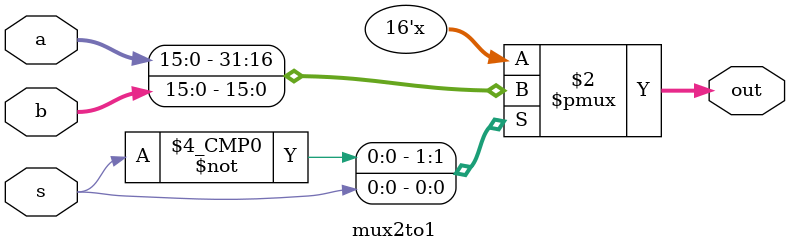
<source format=sv>
module mux2to1(input logic [15:0] a, b,
					input s,
					output logic [15:0] 	out
);
always_comb
begin

case (s)
	1'b0 : begin
		out = a;
	end
	1'b1 : begin
		out = b;
	end
endcase

end

endmodule
</source>
